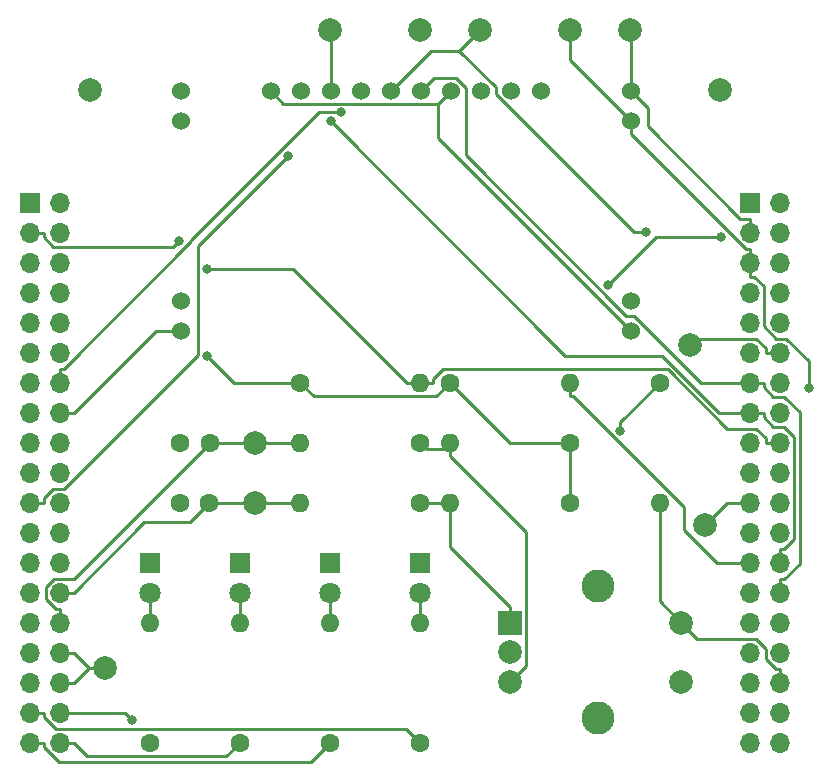
<source format=gtl>
G04 #@! TF.GenerationSoftware,KiCad,Pcbnew,5.1.0-060a0da~80~ubuntu16.04.1*
G04 #@! TF.CreationDate,2019-04-14T22:16:02+09:00*
G04 #@! TF.ProjectId,Akashi-01,416b6173-6869-42d3-9031-2e6b69636164,rev?*
G04 #@! TF.SameCoordinates,Original*
G04 #@! TF.FileFunction,Copper,L1,Top*
G04 #@! TF.FilePolarity,Positive*
%FSLAX46Y46*%
G04 Gerber Fmt 4.6, Leading zero omitted, Abs format (unit mm)*
G04 Created by KiCad (PCBNEW 5.1.0-060a0da~80~ubuntu16.04.1) date 2019-04-14 22:16:02*
%MOMM*%
%LPD*%
G04 APERTURE LIST*
%ADD10C,1.524000*%
%ADD11O,1.700000X1.700000*%
%ADD12R,1.700000X1.700000*%
%ADD13R,1.800000X1.800000*%
%ADD14C,1.800000*%
%ADD15C,1.600000*%
%ADD16O,1.600000X1.600000*%
%ADD17C,2.000000*%
%ADD18C,2.800000*%
%ADD19R,2.000000X2.000000*%
%ADD20C,0.800000*%
%ADD21C,0.250000*%
G04 APERTURE END LIST*
D10*
X139760000Y-51495000D03*
X142300000Y-51495000D03*
X162620000Y-51495000D03*
X160080000Y-51495000D03*
X157540000Y-51495000D03*
X155000000Y-51495000D03*
X152460000Y-51495000D03*
X149920000Y-51495000D03*
X147380000Y-51495000D03*
X144840000Y-51495000D03*
X170240000Y-51495000D03*
X170240000Y-54035000D03*
X170240000Y-69275000D03*
X170240000Y-71815000D03*
X132140000Y-71815000D03*
X132140000Y-69275000D03*
X132140000Y-54035000D03*
X132140000Y-51495000D03*
D11*
X121920000Y-106680000D03*
X119380000Y-106680000D03*
X121920000Y-104140000D03*
X119380000Y-104140000D03*
X121920000Y-101600000D03*
X119380000Y-101600000D03*
X121920000Y-99060000D03*
X119380000Y-99060000D03*
X121920000Y-96520000D03*
X119380000Y-96520000D03*
X121920000Y-93980000D03*
X119380000Y-93980000D03*
X121920000Y-91440000D03*
X119380000Y-91440000D03*
X121920000Y-88900000D03*
X119380000Y-88900000D03*
X121920000Y-86360000D03*
X119380000Y-86360000D03*
X121920000Y-83820000D03*
X119380000Y-83820000D03*
X121920000Y-81280000D03*
X119380000Y-81280000D03*
X121920000Y-78740000D03*
X119380000Y-78740000D03*
X121920000Y-76200000D03*
X119380000Y-76200000D03*
X121920000Y-73660000D03*
X119380000Y-73660000D03*
X121920000Y-71120000D03*
X119380000Y-71120000D03*
X121920000Y-68580000D03*
X119380000Y-68580000D03*
X121920000Y-66040000D03*
X119380000Y-66040000D03*
X121920000Y-63500000D03*
X119380000Y-63500000D03*
X121920000Y-60960000D03*
D12*
X119380000Y-60960000D03*
X180340000Y-60960000D03*
D11*
X182880000Y-60960000D03*
X180340000Y-63500000D03*
X182880000Y-63500000D03*
X180340000Y-66040000D03*
X182880000Y-66040000D03*
X180340000Y-68580000D03*
X182880000Y-68580000D03*
X180340000Y-71120000D03*
X182880000Y-71120000D03*
X180340000Y-73660000D03*
X182880000Y-73660000D03*
X180340000Y-76200000D03*
X182880000Y-76200000D03*
X180340000Y-78740000D03*
X182880000Y-78740000D03*
X180340000Y-81280000D03*
X182880000Y-81280000D03*
X180340000Y-83820000D03*
X182880000Y-83820000D03*
X180340000Y-86360000D03*
X182880000Y-86360000D03*
X180340000Y-88900000D03*
X182880000Y-88900000D03*
X180340000Y-91440000D03*
X182880000Y-91440000D03*
X180340000Y-93980000D03*
X182880000Y-93980000D03*
X180340000Y-96520000D03*
X182880000Y-96520000D03*
X180340000Y-99060000D03*
X182880000Y-99060000D03*
X180340000Y-101600000D03*
X182880000Y-101600000D03*
X180340000Y-104140000D03*
X182880000Y-104140000D03*
X180340000Y-106680000D03*
X182880000Y-106680000D03*
D13*
X152400000Y-91440000D03*
D14*
X152400000Y-93980000D03*
X144780000Y-93980000D03*
D13*
X144780000Y-91440000D03*
X137160000Y-91440000D03*
D14*
X137160000Y-93980000D03*
X129540000Y-93980000D03*
D13*
X129540000Y-91440000D03*
D15*
X152400000Y-106680000D03*
D16*
X152400000Y-96520000D03*
X144780000Y-96520000D03*
D15*
X144780000Y-106680000D03*
X137160000Y-106680000D03*
D16*
X137160000Y-96520000D03*
X129540000Y-96520000D03*
D15*
X129540000Y-106680000D03*
D16*
X165100000Y-76200000D03*
D15*
X154940000Y-76200000D03*
D16*
X142240000Y-86360000D03*
D15*
X152400000Y-86360000D03*
X152400000Y-81280000D03*
D16*
X142240000Y-81280000D03*
D15*
X165100000Y-86360000D03*
D16*
X154940000Y-86360000D03*
D15*
X142240000Y-76200000D03*
D16*
X152400000Y-76200000D03*
X154940000Y-81280000D03*
D15*
X165100000Y-81280000D03*
X172720000Y-76200000D03*
D16*
X172720000Y-86360000D03*
D17*
X174520000Y-101520000D03*
X174520000Y-96520000D03*
D18*
X167520000Y-104620000D03*
X167520000Y-93420000D03*
D17*
X160020000Y-101520000D03*
X160020000Y-99020000D03*
D19*
X160020000Y-96520000D03*
D15*
X132080000Y-86360000D03*
X134580000Y-86360000D03*
X134620000Y-81280000D03*
X132120000Y-81280000D03*
D17*
X125730000Y-100330000D03*
X138430000Y-86360000D03*
X138430000Y-81280000D03*
X170180000Y-46355000D03*
X176530000Y-88265000D03*
X165100000Y-46355000D03*
X157480000Y-46355000D03*
X175260000Y-73025000D03*
X152400000Y-46355000D03*
X144780000Y-46355000D03*
X124460000Y-51435000D03*
X177800000Y-51435000D03*
D20*
X128026800Y-104756600D03*
X169363200Y-80278800D03*
X134344700Y-73912400D03*
X131985700Y-64222100D03*
X134358700Y-66595100D03*
X185313800Y-76604100D03*
X177923700Y-63883200D03*
X168329400Y-67944300D03*
X171515500Y-63471900D03*
X144840000Y-54063300D03*
X141225000Y-56978800D03*
X145738400Y-53311200D03*
D21*
X137160000Y-106680000D02*
X136019100Y-107820900D01*
X136019100Y-107820900D02*
X124236200Y-107820900D01*
X124236200Y-107820900D02*
X123095300Y-106680000D01*
X121920000Y-106680000D02*
X123095300Y-106680000D01*
X119380000Y-106680000D02*
X120555300Y-106680000D01*
X144780000Y-106680000D02*
X143159700Y-108300300D01*
X143159700Y-108300300D02*
X121808300Y-108300300D01*
X121808300Y-108300300D02*
X120555300Y-107047300D01*
X120555300Y-107047300D02*
X120555300Y-106680000D01*
X123095300Y-104140000D02*
X127410200Y-104140000D01*
X127410200Y-104140000D02*
X128026800Y-104756600D01*
X121920000Y-104140000D02*
X123095300Y-104140000D01*
X119380000Y-104140000D02*
X120555300Y-104140000D01*
X152400000Y-106680000D02*
X151224700Y-105504700D01*
X151224700Y-105504700D02*
X121552700Y-105504700D01*
X121552700Y-105504700D02*
X120555300Y-104507300D01*
X120555300Y-104507300D02*
X120555300Y-104140000D01*
X121920000Y-101600000D02*
X123095300Y-101600000D01*
X124365300Y-100330000D02*
X123095300Y-101600000D01*
X125730000Y-100330000D02*
X124365300Y-100330000D01*
X124365300Y-100330000D02*
X123095300Y-99060000D01*
X121920000Y-99060000D02*
X123095300Y-99060000D01*
X134620000Y-81280000D02*
X123095400Y-92804600D01*
X123095400Y-92804600D02*
X121394400Y-92804600D01*
X121394400Y-92804600D02*
X120744700Y-93454300D01*
X120744700Y-93454300D02*
X120744700Y-94536800D01*
X120744700Y-94536800D02*
X121552600Y-95344700D01*
X121552600Y-95344700D02*
X121920000Y-95344700D01*
X138430000Y-81280000D02*
X134620000Y-81280000D01*
X121920000Y-96520000D02*
X121920000Y-95344700D01*
X138430000Y-81280000D02*
X142240000Y-81280000D01*
X134580000Y-86360000D02*
X132937800Y-88002200D01*
X132937800Y-88002200D02*
X129073100Y-88002200D01*
X129073100Y-88002200D02*
X123095300Y-93980000D01*
X134580000Y-86360000D02*
X138430000Y-86360000D01*
X121920000Y-93980000D02*
X123095300Y-93980000D01*
X138430000Y-86360000D02*
X142240000Y-86360000D01*
X172720000Y-76200000D02*
X169363200Y-79556800D01*
X169363200Y-79556800D02*
X169363200Y-80278800D01*
X153912600Y-52582400D02*
X155000000Y-51495000D01*
X139760000Y-51495000D02*
X140847400Y-52582400D01*
X140847400Y-52582400D02*
X153912600Y-52582400D01*
X153912600Y-52582400D02*
X153912600Y-55487600D01*
X153912600Y-55487600D02*
X170240000Y-71815000D01*
X121920000Y-78740000D02*
X123095300Y-78740000D01*
X132140000Y-71815000D02*
X130020300Y-71815000D01*
X130020300Y-71815000D02*
X123095300Y-78740000D01*
X154940000Y-76200000D02*
X153780800Y-77359200D01*
X153780800Y-77359200D02*
X143399200Y-77359200D01*
X143399200Y-77359200D02*
X142240000Y-76200000D01*
X154940000Y-76200000D02*
X160020000Y-81280000D01*
X160020000Y-81280000D02*
X165100000Y-81280000D01*
X142240000Y-76200000D02*
X136632300Y-76200000D01*
X136632300Y-76200000D02*
X134344700Y-73912400D01*
X165100000Y-81280000D02*
X165100000Y-86360000D01*
X152400000Y-76200000D02*
X153525300Y-76200000D01*
X182880000Y-81280000D02*
X181704700Y-81280000D01*
X181704700Y-81280000D02*
X181704700Y-80912600D01*
X181704700Y-80912600D02*
X180896800Y-80104700D01*
X180896800Y-80104700D02*
X178438300Y-80104700D01*
X178438300Y-80104700D02*
X173408300Y-75074700D01*
X173408300Y-75074700D02*
X154369200Y-75074700D01*
X154369200Y-75074700D02*
X153525300Y-75918600D01*
X153525300Y-75918600D02*
X153525300Y-76200000D01*
X165100000Y-46355000D02*
X165100000Y-48895000D01*
X165100000Y-48895000D02*
X170240000Y-54035000D01*
X152400000Y-76200000D02*
X151274700Y-76200000D01*
X151274700Y-76200000D02*
X141669800Y-66595100D01*
X141669800Y-66595100D02*
X134358700Y-66595100D01*
X120555300Y-63500000D02*
X120555300Y-63867400D01*
X120555300Y-63867400D02*
X121363200Y-64675300D01*
X121363200Y-64675300D02*
X131532500Y-64675300D01*
X131532500Y-64675300D02*
X131985700Y-64222100D01*
X119380000Y-63500000D02*
X120555300Y-63500000D01*
X180340000Y-66040000D02*
X180340000Y-64864700D01*
X170240000Y-54035000D02*
X170240000Y-55132100D01*
X170240000Y-55132100D02*
X179972600Y-64864700D01*
X179972600Y-64864700D02*
X180340000Y-64864700D01*
X180340000Y-66040000D02*
X180340000Y-67215300D01*
X180340000Y-67215300D02*
X180707400Y-67215300D01*
X180707400Y-67215300D02*
X181515300Y-68023200D01*
X181515300Y-68023200D02*
X181515300Y-71426000D01*
X181515300Y-71426000D02*
X182573900Y-72484600D01*
X182573900Y-72484600D02*
X183407300Y-72484600D01*
X183407300Y-72484600D02*
X185313800Y-74391100D01*
X185313800Y-74391100D02*
X185313800Y-76604100D01*
X170240000Y-51495000D02*
X171691500Y-52946500D01*
X171691500Y-52946500D02*
X171691500Y-54484200D01*
X171691500Y-54484200D02*
X179532000Y-62324700D01*
X179532000Y-62324700D02*
X180340000Y-62324700D01*
X170180000Y-46355000D02*
X170240000Y-46415000D01*
X170240000Y-46415000D02*
X170240000Y-51495000D01*
X180340000Y-63500000D02*
X180340000Y-62324700D01*
X177923700Y-63883200D02*
X172390500Y-63883200D01*
X172390500Y-63883200D02*
X168329400Y-67944300D01*
X165100000Y-77325300D02*
X165381300Y-77325300D01*
X165381300Y-77325300D02*
X174782700Y-86726700D01*
X174782700Y-86726700D02*
X174782700Y-88675100D01*
X174782700Y-88675100D02*
X177547600Y-91440000D01*
X177547600Y-91440000D02*
X180340000Y-91440000D01*
X165100000Y-76200000D02*
X165100000Y-77325300D01*
X155743100Y-48091900D02*
X158810000Y-51158900D01*
X158810000Y-51158900D02*
X158810000Y-51781800D01*
X158810000Y-51781800D02*
X170500100Y-63471900D01*
X170500100Y-63471900D02*
X171515500Y-63471900D01*
X149920000Y-51495000D02*
X153323100Y-48091900D01*
X153323100Y-48091900D02*
X155743000Y-48091900D01*
X155743000Y-48091900D02*
X155743100Y-48091900D01*
X155743100Y-48091900D02*
X157480000Y-46355000D01*
X175800300Y-72484700D02*
X175260000Y-73025000D01*
X182880000Y-73660000D02*
X181704700Y-73660000D01*
X181704700Y-73660000D02*
X181704700Y-73292600D01*
X181704700Y-73292600D02*
X180896800Y-72484700D01*
X180896800Y-72484700D02*
X175800300Y-72484700D01*
X152460000Y-51495000D02*
X153560800Y-50394200D01*
X153560800Y-50394200D02*
X155446600Y-50394200D01*
X155446600Y-50394200D02*
X156270000Y-51217600D01*
X156270000Y-51217600D02*
X156270000Y-56936900D01*
X156270000Y-56936900D02*
X169878100Y-70545000D01*
X169878100Y-70545000D02*
X170508000Y-70545000D01*
X170508000Y-70545000D02*
X176163000Y-76200000D01*
X176163000Y-76200000D02*
X180340000Y-76200000D01*
X182880000Y-92804700D02*
X183247300Y-92804700D01*
X183247300Y-92804700D02*
X184548200Y-91503800D01*
X184548200Y-91503800D02*
X184548200Y-78701600D01*
X184548200Y-78701600D02*
X183221900Y-77375300D01*
X183221900Y-77375300D02*
X182323200Y-77375300D01*
X182323200Y-77375300D02*
X181515300Y-76567400D01*
X181515300Y-76567400D02*
X181515300Y-76200000D01*
X180340000Y-76200000D02*
X181515300Y-76200000D01*
X182880000Y-93980000D02*
X182880000Y-92804700D01*
X144780000Y-46355000D02*
X144840000Y-46415000D01*
X144840000Y-46415000D02*
X144840000Y-51495000D01*
X180340000Y-78740000D02*
X177710500Y-78740000D01*
X177710500Y-78740000D02*
X172866100Y-73895600D01*
X172866100Y-73895600D02*
X164672300Y-73895600D01*
X164672300Y-73895600D02*
X144840000Y-54063300D01*
X180340000Y-78740000D02*
X181515300Y-78740000D01*
X182880000Y-91440000D02*
X182880000Y-90264700D01*
X182880000Y-90264700D02*
X183247300Y-90264700D01*
X183247300Y-90264700D02*
X184097900Y-89414100D01*
X184097900Y-89414100D02*
X184097900Y-80801600D01*
X184097900Y-80801600D02*
X183211600Y-79915300D01*
X183211600Y-79915300D02*
X182323200Y-79915300D01*
X182323200Y-79915300D02*
X181515300Y-79107400D01*
X181515300Y-79107400D02*
X181515300Y-78740000D01*
X178435000Y-86360000D02*
X176530000Y-88265000D01*
X180340000Y-86360000D02*
X178435000Y-86360000D01*
X174520000Y-96520000D02*
X172720000Y-94720000D01*
X172720000Y-94720000D02*
X172720000Y-86360000D01*
X182880000Y-100424700D02*
X182512600Y-100424700D01*
X182512600Y-100424700D02*
X181704700Y-99616800D01*
X181704700Y-99616800D02*
X181704700Y-98723700D01*
X181704700Y-98723700D02*
X180865600Y-97884600D01*
X180865600Y-97884600D02*
X175884600Y-97884600D01*
X175884600Y-97884600D02*
X174520000Y-96520000D01*
X182880000Y-101600000D02*
X182880000Y-100424700D01*
X152400000Y-96520000D02*
X152400000Y-93980000D01*
X144780000Y-96520000D02*
X144780000Y-93980000D01*
X137160000Y-96520000D02*
X137160000Y-93980000D01*
X129540000Y-96520000D02*
X129540000Y-93980000D01*
X160020000Y-96520000D02*
X160020000Y-95194700D01*
X160020000Y-95194700D02*
X154940000Y-90114700D01*
X154940000Y-90114700D02*
X154940000Y-86360000D01*
X152400000Y-86360000D02*
X154940000Y-86360000D01*
X154940000Y-81842600D02*
X152962600Y-81842600D01*
X152962600Y-81842600D02*
X152400000Y-81280000D01*
X154940000Y-81842600D02*
X154940000Y-82405300D01*
X154940000Y-81280000D02*
X154940000Y-81842600D01*
X160020000Y-101520000D02*
X161345400Y-100194600D01*
X161345400Y-100194600D02*
X161345400Y-88810700D01*
X161345400Y-88810700D02*
X154940000Y-82405300D01*
X141225000Y-56978800D02*
X133619400Y-64584400D01*
X133619400Y-64584400D02*
X133619400Y-73836400D01*
X133619400Y-73836400D02*
X122271100Y-85184700D01*
X122271100Y-85184700D02*
X121363200Y-85184700D01*
X121363200Y-85184700D02*
X120555300Y-85992600D01*
X120555300Y-85992600D02*
X120555300Y-86360000D01*
X119380000Y-86360000D02*
X120555300Y-86360000D01*
X121920000Y-75024700D02*
X122238300Y-75024700D01*
X122238300Y-75024700D02*
X133035700Y-64227300D01*
X133035700Y-64227300D02*
X133035700Y-64133200D01*
X133035700Y-64133200D02*
X143857700Y-53311200D01*
X143857700Y-53311200D02*
X145738400Y-53311200D01*
X121920000Y-76200000D02*
X121920000Y-75024700D01*
M02*

</source>
